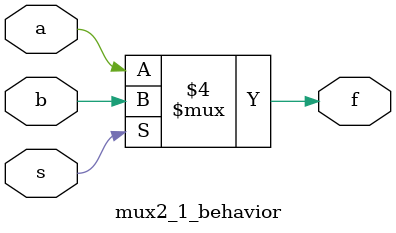
<source format=v>
module mux2_1_behavior(a, b, s, f);
	input a, b, s;
	output f;
	reg f;
	always@(*)
	begin
		if(s == 1'b0)begin
			f = a;
		end
		else begin
			f = b;
		end
	end
endmodule
</source>
